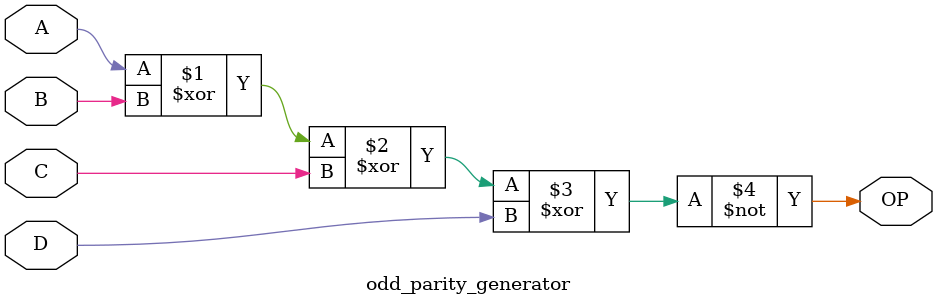
<source format=v>
/* module odd_parity_generator
*
*  Purpose: Generates an ODD parity bit to output
*
*  Input: Four inputs A,B,C,D
*  Output: Odd parity bit output OP
*  Student: Jonathan Boryla
*  Date: March 12,2018
*		    
*/
module odd_parity_generator (A,B,C,D,OP); //module name and port list

	input wire A,B,C,D;	//inputs
	output wire OP;		//outputs

	assign OP = ~(A^B^C^D);	//XNOR A,B,C,D to produce an odd parity bit OP

endmodule

</source>
